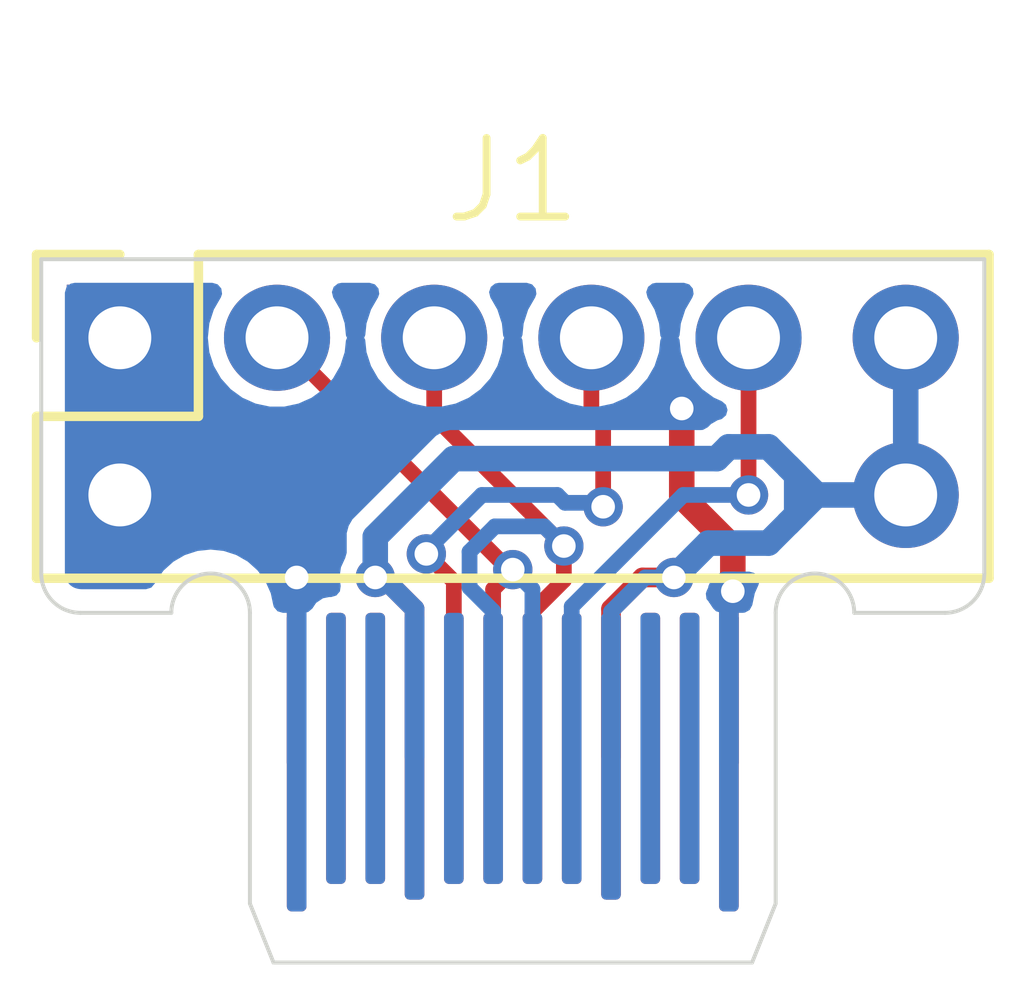
<source format=kicad_pcb>
(kicad_pcb (version 20240108) (generator "pcbnew") (generator_version "8.0")
  (layers (0 "F.Cu" signal) (31 "B.Cu" signal) (34 "B.Paste" user) (35 "F.Paste" user) (36 "B.SilkS" user "B.Silkscreen") (37 "F.SilkS" user "F.Silkscreen") (38 "B.Mask" user) (39 "F.Mask" user) (44 "Edge.Cuts" user))
  (net 0 "")
  (net 1 "D-")
  (net 2 "VCC")
  (net 3 "CC2")
  (net 4 "CC1")
  (net 5 "D+")
  (net 6 "GND")
  (footprint "RMC_USBCT:JankUSBCT" (layer "F.Cu") (at 122 81)
    (property "Reference" "J1" (at 0 -5.5 0) (layer "F.SilkS") (effects (font (thickness 0.1))))
    (property "Value" "Conn_01x06_Pin" (hide yes))
    (fp_line (start -6.06 -4.56) (end -5 -4.56) (stroke (width 0.12)) (layer "F.SilkS"))
    (fp_line (start -6.06 -3.5) (end -6.06 -4.56) (stroke (width 0.12)) (layer "F.SilkS"))
    (fp_line (start -6.06 -2.5) (end -4 -2.5) (stroke (width 0.12)) (layer "F.SilkS"))
    (fp_line (start -6.06 -0.44) (end -6.06 -2.5) (stroke (width 0.12)) (layer "F.SilkS"))
    (fp_line (start -6.06 -0.44) (end 6.06 -0.44) (stroke (width 0.12)) (layer "F.SilkS"))
    (fp_line (start -4 -4.56) (end 6.06 -4.56) (stroke (width 0.12)) (layer "F.SilkS"))
    (fp_line (start -4 -2.5) (end -4 -4.56) (stroke (width 0.12)) (layer "F.SilkS"))
    (fp_line (start 6.06 -0.44) (end 6.06 -4.56) (stroke (width 0.12)) (layer "F.SilkS"))
    (fp_line (start -4.345 0) (end -5.5 0) (stroke (width 0.05)) (layer "Edge.Cuts"))
    (fp_line (start -3.345 3.7) (end -3.345 0) (stroke (width 0.05)) (layer "Edge.Cuts"))
    (fp_line (start -3.345 3.7) (end -3.045 4.45) (stroke (width 0.05)) (layer "Edge.Cuts"))
    (fp_line (start 3.045 4.45) (end -3.045 4.45) (stroke (width 0.05)) (layer "Edge.Cuts"))
    (fp_line (start 3.345 3.7) (end 3.045 4.45) (stroke (width 0.05)) (layer "Edge.Cuts"))
    (fp_line (start 3.345 3.7) (end 3.345 0) (stroke (width 0.05)) (layer "Edge.Cuts"))
    (fp_line (start 4.345 0) (end 5.5 0) (stroke (width 0.05)) (layer "Edge.Cuts"))
    (fp_arc (start -5.5 0) (mid -5.853553 -0.146447) (end -6 -0.5) (stroke (width 0.05)) (layer "Edge.Cuts"))
    (fp_arc (start -4.345 0) (mid -3.845 -0.5) (end -3.345 0) (stroke (width 0.05)) (layer "Edge.Cuts"))
    (fp_arc (start 3.345 0) (mid 3.845 -0.5) (end 4.345 0) (stroke (width 0.05)) (layer "Edge.Cuts"))
    (fp_arc (start 6 -0.5) (mid 5.853553 -0.146447) (end 5.5 0) (stroke (width 0.05)) (layer "Edge.Cuts"))
    (pad "" smd roundrect (at -2.25 1.725) (size 0.25 3.45) (layers "F.Cu" "F.Paste" "F.Mask"))
    (pad "" smd roundrect (at -2.25 1.725) (size 0.25 3.45) (layers "B.Cu" "B.Paste" "B.Mask"))
    (pad "" smd roundrect (at -1.75 1.725 180) (size 0.25 3.45) (layers "F.Cu" "F.Paste" "F.Mask"))
    (pad "" smd roundrect (at -1.75 1.725) (size 0.25 3.45) (layers "B.Cu" "B.Paste" "B.Mask"))
    (pad "" smd roundrect (at -0.75 1.725) (size 0.25 3.45) (layers "B.Cu" "B.Paste" "B.Mask"))
    (pad "" smd roundrect (at 0.75 1.725) (size 0.25 3.45) (layers "F.Cu" "F.Paste" "F.Mask"))
    (pad "" smd roundrect (at 1.75 1.725) (size 0.25 3.45) (layers "F.Cu" "F.Paste" "F.Mask"))
    (pad "" smd roundrect (at 1.75 1.725 180) (size 0.25 3.45) (layers "B.Cu" "B.Paste" "B.Mask"))
    (pad "" smd roundrect (at 2.25 1.725) (size 0.25 3.45) (layers "F.Cu" "F.Paste" "F.Mask"))
    (pad "" smd roundrect (at 2.25 1.725) (size 0.25 3.45) (layers "B.Cu" "B.Paste" "B.Mask"))
    (pad "1" thru_hole rect (at -5 -3.5 90) (size 1.35 1.35) (drill 0.8) (layers "*.Cu" "*.Mask") (net 6 "GND"))
    (pad "1" thru_hole oval (at -5 -1.5 90) (size 1.35 1.35) (drill 0.8) (layers "*.Cu" "*.Mask") (net 6 "GND"))
    (pad "1" smd roundrect (at -2.75 1.9) (size 0.25 3.8) (layers "F.Cu" "F.Paste" "F.Mask") (net 6 "GND"))
    (pad "1" smd roundrect (at -2.75 1.9 180) (size 0.25 3.8) (layers "B.Cu" "B.Paste" "B.Mask") (net 6 "GND"))
    (pad "1" smd roundrect (at 2.75 1.9) (size 0.25 3.8) (layers "F.Cu" "F.Paste" "F.Mask") (net 6 "GND"))
    (pad "1" smd roundrect (at 2.75 1.9) (size 0.25 3.8) (layers "B.Cu" "B.Paste" "B.Mask") (net 6 "GND"))
    (pad "2" thru_hole oval (at -3 -3.5 90) (size 1.35 1.35) (drill 0.8) (layers "*.Cu" "*.Mask") (net 5 "D+"))
    (pad "2" smd roundrect (at -0.25 1.725 180) (size 0.25 3.45) (layers "F.Cu" "F.Paste" "F.Mask") (net 5 "D+"))
    (pad "2" smd roundrect (at 0.25 1.725 180) (size 0.25 3.45) (layers "B.Cu" "B.Paste" "B.Mask") (net 5 "D+"))
    (pad "3" thru_hole oval (at -1 -3.5 90) (size 1.35 1.35) (drill 0.8) (layers "*.Cu" "*.Mask") (net 1 "D-"))
    (pad "3" smd roundrect (at -0.25 1.725) (size 0.25 3.45) (layers "B.Cu" "B.Paste" "B.Mask") (net 1 "D-"))
    (pad "3" smd roundrect (at 0.25 1.725) (size 0.25 3.45) (layers "F.Cu" "F.Paste" "F.Mask") (net 1 "D-"))
    (pad "4" smd roundrect (at -0.75 1.725 180) (size 0.25 3.45) (layers "F.Cu" "F.Paste" "F.Mask") (net 4 "CC1"))
    (pad "4" thru_hole oval (at 1 -3.5 90) (size 1.35 1.35) (drill 0.8) (layers "*.Cu" "*.Mask") (net 4 "CC1"))
    (pad "5" smd roundrect (at 0.75 1.725 180) (size 0.25 3.45) (layers "B.Cu" "B.Paste" "B.Mask") (net 3 "CC2"))
    (pad "5" thru_hole oval (at 3 -3.5 90) (size 1.35 1.35) (drill 0.8) (layers "*.Cu" "*.Mask") (net 3 "CC2"))
    (pad "6" smd roundrect (at -1.25 1.825 180) (size 0.25 3.65) (layers "F.Cu" "F.Paste" "F.Mask") (net 2 "VCC"))
    (pad "6" smd roundrect (at -1.25 1.825 180) (size 0.25 3.65) (layers "B.Cu" "B.Paste" "B.Mask") (net 2 "VCC"))
    (pad "6" smd roundrect (at 1.25 1.825 180) (size 0.25 3.65) (layers "F.Cu" "F.Paste" "F.Mask") (net 2 "VCC"))
    (pad "6" smd roundrect (at 1.25 1.825 180) (size 0.25 3.65) (layers "B.Cu" "B.Paste" "B.Mask") (net 2 "VCC"))
    (pad "6" thru_hole oval (at 5 -3.5 90) (size 1.35 1.35) (drill 0.8) (layers "*.Cu" "*.Mask") (net 2 "VCC"))
    (pad "6" thru_hole oval (at 5 -1.5 90) (size 1.35 1.35) (drill 0.8) (layers "*.Cu" "*.Mask") (net 2 "VCC"))
  )
  (gr_line (start 116 76.5) (end 116 80.5) (stroke (width 0.05)) (layer "Edge.Cuts"))
  (gr_line (start 128 76.5) (end 116 76.5) (stroke (width 0.05)) (layer "Edge.Cuts"))
  (gr_line (start 128 80.5) (end 128 76.5) (stroke (width 0.05)) (layer "Edge.Cuts"))
  (segment (start 121 78.5) (end 121 77.5) (width 0.2) (layer "F.Cu") (net 1))
  (segment (start 122.65 80.585614) (end 122.25 80.985614) (width 0.2) (layer "F.Cu") (net 1))
  (segment (start 122.65 80.15) (end 121 78.5) (width 0.2) (layer "F.Cu") (net 1))
  (segment (start 122.25 80.985614) (end 122.25 82.725) (width 0.2) (layer "F.Cu") (net 1))
  (segment (start 122.65 80.15) (end 122.65 80.585614) (width 0.2) (layer "F.Cu") (net 1))
  (via (at 122.65 80.15) (size 0.5) (drill 0.3) (layers "F.Cu" "B.Cu") (net 1))
  (segment (start 122.65 80.15) (end 122.4 79.9) (width 0.2) (layer "B.Cu") (net 1))
  (segment (start 121.75 80.977818) (end 121.75 82.725) (width 0.2) (layer "B.Cu") (net 1))
  (segment (start 121.772182 79.9) (end 121.45 80.222182) (width 0.2) (layer "B.Cu") (net 1))
  (segment (start 121.45 80.677818) (end 121.75 80.977818) (width 0.2) (layer "B.Cu") (net 1))
  (segment (start 122.4 79.9) (end 121.772182 79.9) (width 0.2) (layer "B.Cu") (net 1))
  (segment (start 121.45 80.222182) (end 121.45 80.677818) (width 0.2) (layer "B.Cu") (net 1))
  (segment (start 120.75 82.825) (end 120.75 80.95026) (width 0.25) (layer "F.Cu") (net 2))
  (segment (start 120.75 80.95026) (end 120.34974 80.55) (width 0.25) (layer "F.Cu") (net 2))
  (segment (start 123.65026 80.55) (end 124.05 80.55) (width 0.25) (layer "F.Cu") (net 2))
  (segment (start 123.25 82.825) (end 123.25 80.95026) (width 0.25) (layer "F.Cu") (net 2))
  (segment (start 123.25 80.95026) (end 123.65026 80.55) (width 0.25) (layer "F.Cu") (net 2))
  (segment (start 120.34974 80.55) (end 120.25 80.55) (width 0.25) (layer "F.Cu") (net 2))
  (via (at 120.25 80.55) (size 0.5) (drill 0.3) (layers "F.Cu" "B.Cu") (net 2))
  (via (at 124.05 80.55) (size 0.5) (drill 0.3) (layers "F.Cu" "B.Cu") (net 2))
  (segment (start 124.05 80.55) (end 124.4875 80.1125) (width 0.325) (layer "B.Cu") (net 2))
  (segment (start 125.253706 78.8875) (end 125.508103 79.141897) (width 0.325) (layer "B.Cu") (net 2))
  (segment (start 121.246294 79.0375) (end 124.596294 79.0375) (width 0.325) (layer "B.Cu") (net 2))
  (segment (start 125.508103 79.858103) (end 125.866206 79.5) (width 0.325) (layer "B.Cu") (net 2))
  (segment (start 125.6125 79.753706) (end 125.6125 79.246294) (width 0.325) (layer "B.Cu") (net 2))
  (segment (start 125.866206 79.5) (end 127 79.5) (width 0.325) (layer "B.Cu") (net 2))
  (segment (start 120.34974 80.55) (end 120.25 80.55) (width 0.25) (layer "B.Cu") (net 2))
  (segment (start 124.596294 79.0375) (end 124.746294 78.8875) (width 0.325) (layer "B.Cu") (net 2))
  (segment (start 124.746294 78.8875) (end 125.253706 78.8875) (width 0.325) (layer "B.Cu") (net 2))
  (segment (start 125.508103 79.141897) (end 125.866206 79.5) (width 0.325) (layer "B.Cu") (net 2))
  (segment (start 127 79.5) (end 127 77.5) (width 0.325) (layer "B.Cu") (net 2))
  (segment (start 123.25 82.825) (end 123.25 80.985614) (width 0.2) (layer "B.Cu") (net 2))
  (segment (start 125.508103 79.858103) (end 125.6125 79.753706) (width 0.325) (layer "B.Cu") (net 2))
  (segment (start 120.25 80.55) (end 120.25 80.033794) (width 0.325) (layer "B.Cu") (net 2))
  (segment (start 125.253706 80.1125) (end 125.508103 79.858103) (width 0.325) (layer "B.Cu") (net 2))
  (segment (start 125.6125 79.246294) (end 125.508103 79.141897) (width 0.325) (layer "B.Cu") (net 2))
  (segment (start 120.25 80.033794) (end 121.246294 79.0375) (width 0.325) (layer "B.Cu") (net 2))
  (segment (start 123.685614 80.55) (end 124.05 80.55) (width 0.2) (layer "B.Cu") (net 2))
  (segment (start 123.25 80.985614) (end 123.685614 80.55) (width 0.2) (layer "B.Cu") (net 2))
  (segment (start 120.75 82.825) (end 120.75 80.95026) (width 0.25) (layer "B.Cu") (net 2))
  (segment (start 120.75 80.95026) (end 120.34974 80.55) (width 0.25) (layer "B.Cu") (net 2))
  (segment (start 124.4875 80.1125) (end 125.253706 80.1125) (width 0.325) (layer "B.Cu") (net 2))
  (segment (start 125 79.5) (end 125 77.5) (width 0.2) (layer "F.Cu") (net 3))
  (via (at 125 79.5) (size 0.5) (drill 0.3) (layers "F.Cu" "B.Cu") (net 3))
  (segment (start 125 79.5) (end 124.169928 79.5) (width 0.2) (layer "B.Cu") (net 3))
  (segment (start 122.75 80.919928) (end 122.75 82.725) (width 0.2) (layer "B.Cu") (net 3))
  (segment (start 124.169928 79.5) (end 122.75 80.919928) (width 0.2) (layer "B.Cu") (net 3))
  (segment (start 123 78.45) (end 123 77.5) (width 0.2) (layer "F.Cu") (net 4))
  (segment (start 123.15 79.65) (end 123.15 78.6) (width 0.2) (layer "F.Cu") (net 4))
  (segment (start 121.25 80.6) (end 120.9 80.25) (width 0.2) (layer "F.Cu") (net 4))
  (segment (start 121.25 82.725) (end 121.25 80.6) (width 0.2) (layer "F.Cu") (net 4))
  (segment (start 123.15 78.6) (end 123 78.45) (width 0.2) (layer "F.Cu") (net 4))
  (via (at 120.9 80.25) (size 0.5) (drill 0.3) (layers "F.Cu" "B.Cu") (net 4))
  (via (at 123.15 79.65) (size 0.5) (drill 0.3) (layers "F.Cu" "B.Cu") (net 4))
  (segment (start 121.606496 79.5) (end 120.9 80.206496) (width 0.2) (layer "B.Cu") (net 4))
  (segment (start 122.665686 79.6) (end 122.565686 79.5) (width 0.2) (layer "B.Cu") (net 4))
  (segment (start 123.15 79.65) (end 123.1 79.6) (width 0.2) (layer "B.Cu") (net 4))
  (segment (start 120.9 80.206496) (end 120.9 80.25) (width 0.2) (layer "B.Cu") (net 4))
  (segment (start 122.565686 79.5) (end 121.606496 79.5) (width 0.2) (layer "B.Cu") (net 4))
  (segment (start 123.1 79.6) (end 122.665686 79.6) (width 0.2) (layer "B.Cu") (net 4))
  (segment (start 122 80.45) (end 121.75 80.7) (width 0.2) (layer "F.Cu") (net 5))
  (segment (start 121.95 80.45) (end 119 77.5) (width 0.2) (layer "F.Cu") (net 5))
  (segment (start 122 80.45) (end 121.95 80.45) (width 0.2) (layer "F.Cu") (net 5))
  (segment (start 121.75 80.7) (end 121.75 82.725) (width 0.2) (layer "F.Cu") (net 5))
  (via (at 122 80.45) (size 0.5) (drill 0.3) (layers "F.Cu" "B.Cu") (net 5))
  (segment (start 122 80.45) (end 122.25 80.7) (width 0.2) (layer "B.Cu") (net 5))
  (segment (start 122.25 80.7) (end 122.25 82.725) (width 0.2) (layer "B.Cu") (net 5))
  (segment (start 124.15 79.516206) (end 124.8 80.166206) (width 0.325) (layer "F.Cu") (net 6))
  (segment (start 124.75 80.775) (end 124.8 80.725) (width 0.25) (layer "F.Cu") (net 6))
  (segment (start 119.25 82.9) (end 119.25 80.55) (width 0.25) (layer "F.Cu") (net 6))
  (segment (start 124.8 80.166206) (end 124.8 80.725) (width 0.325) (layer "F.Cu") (net 6))
  (segment (start 124.15 78.4) (end 124.15 79.516206) (width 0.325) (layer "F.Cu") (net 6))
  (segment (start 124.75 82.9) (end 124.75 80.775) (width 0.25) (layer "F.Cu") (net 6))
  (via (at 119.25 80.55) (size 0.5) (drill 0.3) (layers "F.Cu" "B.Cu") (net 6))
  (via (at 124.15 78.4) (size 0.5) (drill 0.3) (layers "F.Cu" "B.Cu") (net 6))
  (via (at 124.8 80.725) (size 0.5) (drill 0.3) (layers "F.Cu" "B.Cu") (net 6))
  (segment (start 124.75 82.9) (end 124.75 80.775) (width 0.25) (layer "B.Cu") (net 6))
  (segment (start 124.75 80.775) (end 124.8 80.725) (width 0.25) (layer "B.Cu") (net 6))
  (segment (start 119.25 82.9) (end 119.25 80.55) (width 0.25) (layer "B.Cu") (net 6))
  (zone (net 6) (net_name "GND") (layer "B.Cu") (connect_pads yes (clearance 0.2)) (min_thickness 0.25) (fill yes (thermal_gap 0.5) (thermal_bridge_width 0.5))
    (polygon (pts (xy 116 81) (xy 128 81) (xy 128 76.5) (xy 116 76.5)))
  )
)
</source>
